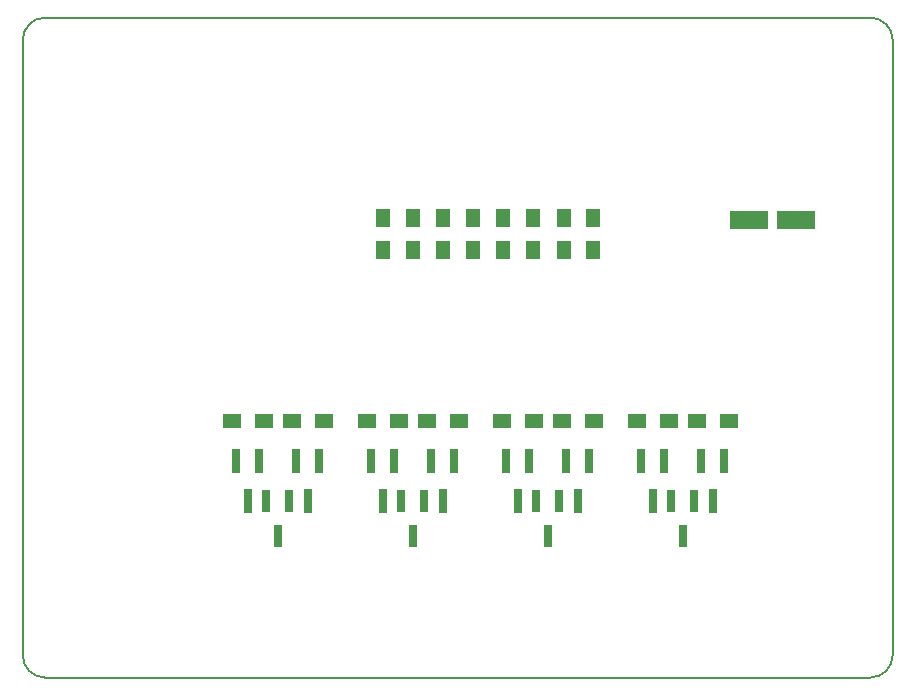
<source format=gbr>
%TF.GenerationSoftware,KiCad,Pcbnew,4.0.7*%
%TF.CreationDate,2018-07-13T11:03:56-06:00*%
%TF.ProjectId,valve_testing,76616C76655F74657374696E672E6B69,rev?*%
%TF.FileFunction,Paste,Bot*%
%FSLAX46Y46*%
G04 Gerber Fmt 4.6, Leading zero omitted, Abs format (unit mm)*
G04 Created by KiCad (PCBNEW 4.0.7) date Friday, July 13, 2018 'AMt' 11:03:56 AM*
%MOMM*%
%LPD*%
G01*
G04 APERTURE LIST*
%ADD10C,0.150000*%
%ADD11R,0.700000X2.000000*%
%ADD12R,1.300000X1.500000*%
%ADD13R,3.200000X1.500000*%
%ADD14R,0.800000X1.900000*%
%ADD15R,1.500000X1.300000*%
G04 APERTURE END LIST*
D10*
X157480000Y-51435000D02*
X157480000Y-50165000D01*
X83820000Y-51435000D02*
X83820000Y-50165000D01*
X83820000Y-100965000D02*
X83820000Y-102235000D01*
X157480000Y-101092000D02*
X157480000Y-102235000D01*
X83820000Y-51435000D02*
X83820000Y-100965000D01*
X157480000Y-51435000D02*
X157480000Y-101092000D01*
X83820000Y-102235000D02*
G75*
G03X85725000Y-104140000I1905000J0D01*
G01*
X85725000Y-48260000D02*
G75*
G03X83820000Y-50165000I0J-1905000D01*
G01*
X157480000Y-50165000D02*
G75*
G03X155575000Y-48260000I-1905000J0D01*
G01*
X155575000Y-104140000D02*
G75*
G03X157480000Y-102235000I0J1905000D01*
G01*
X155575000Y-48260000D02*
X85725000Y-48260000D01*
X85725000Y-104140000D02*
X155575000Y-104140000D01*
D11*
X113350000Y-85803000D03*
X115250000Y-85803000D03*
X114300000Y-89203000D03*
D12*
X129667000Y-65198000D03*
X129667000Y-67898000D03*
X114300000Y-65198000D03*
X114300000Y-67898000D03*
X116840000Y-65198000D03*
X116840000Y-67898000D03*
X119380000Y-65198000D03*
X119380000Y-67898000D03*
X121920000Y-65198000D03*
X121920000Y-67898000D03*
X124460000Y-65198000D03*
X124460000Y-67898000D03*
X127000000Y-65198000D03*
X127000000Y-67898000D03*
D13*
X145320000Y-65405000D03*
X149320000Y-65405000D03*
D12*
X132080000Y-65198000D03*
X132080000Y-67898000D03*
D14*
X104460000Y-89178000D03*
X106360000Y-89178000D03*
X105410000Y-92178000D03*
X115890000Y-89178000D03*
X117790000Y-89178000D03*
X116840000Y-92178000D03*
X127320000Y-89178000D03*
X129220000Y-89178000D03*
X128270000Y-92178000D03*
X138750000Y-89178000D03*
X140650000Y-89178000D03*
X139700000Y-92178000D03*
D11*
X101920000Y-85803000D03*
X103820000Y-85803000D03*
X102870000Y-89203000D03*
X107000000Y-85803000D03*
X108900000Y-85803000D03*
X107950000Y-89203000D03*
X118430000Y-85803000D03*
X120330000Y-85803000D03*
X119380000Y-89203000D03*
X124780000Y-85803000D03*
X126680000Y-85803000D03*
X125730000Y-89203000D03*
X129860000Y-85803000D03*
X131760000Y-85803000D03*
X130810000Y-89203000D03*
X136210000Y-85803000D03*
X138110000Y-85803000D03*
X137160000Y-89203000D03*
X141290000Y-85803000D03*
X143190000Y-85803000D03*
X142240000Y-89203000D03*
D15*
X101520000Y-82423000D03*
X104220000Y-82423000D03*
X109300000Y-82423000D03*
X106600000Y-82423000D03*
X112950000Y-82423000D03*
X115650000Y-82423000D03*
X120730000Y-82423000D03*
X118030000Y-82423000D03*
X124380000Y-82423000D03*
X127080000Y-82423000D03*
X132160000Y-82423000D03*
X129460000Y-82423000D03*
X135810000Y-82423000D03*
X138510000Y-82423000D03*
X143590000Y-82423000D03*
X140890000Y-82423000D03*
M02*

</source>
